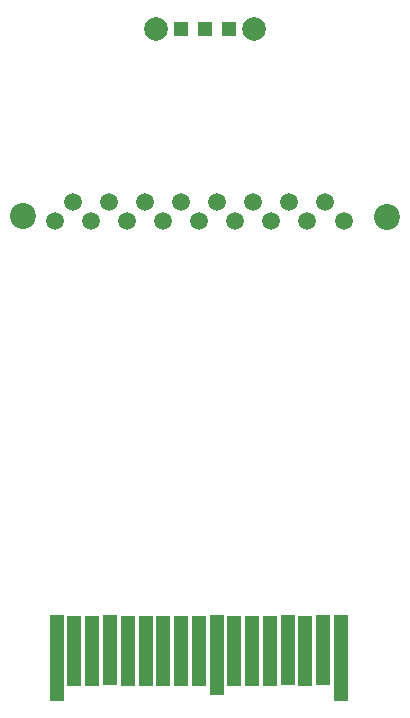
<source format=gbr>
%TF.GenerationSoftware,KiCad,Pcbnew,(6.0.2)*%
%TF.CreationDate,2022-10-02T17:57:44-05:00*%
%TF.ProjectId,MCN003R3,4d434e30-3033-4523-932e-6b696361645f,rev?*%
%TF.SameCoordinates,Original*%
%TF.FileFunction,Soldermask,Bot*%
%TF.FilePolarity,Negative*%
%FSLAX46Y46*%
G04 Gerber Fmt 4.6, Leading zero omitted, Abs format (unit mm)*
G04 Created by KiCad (PCBNEW (6.0.2)) date 2022-10-02 17:57:44*
%MOMM*%
%LPD*%
G01*
G04 APERTURE LIST*
%ADD10C,2.200000*%
%ADD11C,1.500000*%
%ADD12R,1.300000X1.300000*%
%ADD13C,2.000000*%
%ADD14R,1.200000X7.250000*%
%ADD15R,1.200000X6.000000*%
%ADD16R,1.200000X6.750000*%
G04 APERTURE END LIST*
D10*
%TO.C,Hole2*%
X162190000Y-88555000D03*
%TD*%
D11*
%TO.C,J2*%
X134038000Y-88898000D03*
X135587000Y-87348000D03*
X137088000Y-88898000D03*
X138637000Y-87348000D03*
X140138000Y-88898000D03*
X141687000Y-87348000D03*
X143188000Y-88898000D03*
X144737000Y-87348000D03*
X146238000Y-88898000D03*
X147787000Y-87348000D03*
X149288000Y-88898000D03*
X150837000Y-87348000D03*
X152338000Y-88898000D03*
X153887000Y-87348000D03*
X155414000Y-88898000D03*
X156937000Y-87348000D03*
X158490000Y-88898000D03*
%TD*%
D12*
%TO.C,SW1*%
X144724000Y-72671000D03*
X146750000Y-72671000D03*
X148770000Y-72674000D03*
D13*
X142620000Y-72675000D03*
X150915100Y-72674200D03*
%TD*%
D10*
%TO.C,Hole1*%
X131318000Y-88476000D03*
%TD*%
D14*
%TO.C,J3*%
X158278000Y-125933000D03*
D15*
X156736000Y-125287000D03*
X155221000Y-125295000D03*
X153762000Y-125287000D03*
X152255000Y-125294000D03*
X150692000Y-125294000D03*
X149193000Y-125294000D03*
D16*
X147766000Y-125637000D03*
D15*
X146269000Y-125302000D03*
X144706000Y-125302000D03*
X143199000Y-125294000D03*
X141724000Y-125294000D03*
X140225000Y-125294000D03*
X138726000Y-125286000D03*
X137211000Y-125294000D03*
X135696000Y-125294000D03*
D14*
X134189000Y-125927000D03*
%TD*%
M02*

</source>
